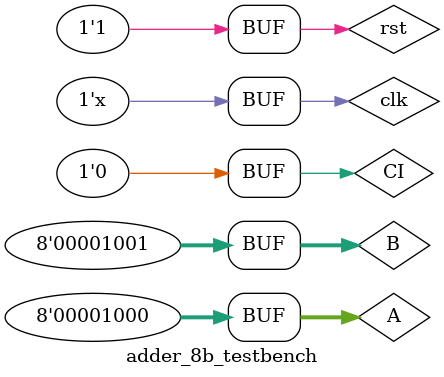
<source format=sv>
module adder_8b(CO, S, CI, A, B, clk, rst);

	input [7:0] A, B;
	input CI, clk, rst;
	output CO;
	output [7:0] S;

	wire [7:0] tempCO, tempCI;
	wire qBar;
	
	adder Fadder0 (.CO(tempCO[0]), .S(S[0]), .CI(CI), .A(A[0]), .B(B[0]));
	DFlipFlop dff0 (.q(tempCI[1]), .qBar(qBar), .D(tempCO[0]), .clk, .rst);
	
	adder Fadder1 (.CO(tempCO[1]), .S(S[1]), .CI(tempCI[1]), .A(A[1]), .B(B[1]));
	DFlipFlop dff1 (.q(tempCI[2]), .qBar(qBar), .D(tempCO[1]), .clk, .rst);
	
	adder Fadder2 (.CO(tempCO[2]), .S(S[2]), .CI(tempCI[2]), .A(A[2]), .B(B[2]));
	DFlipFlop dff2 (.q(tempCI[3]), .qBar(qBar), .D(tempCO[2]), .clk, .rst);
	
	adder Fadder3 (.CO(tempCO[3]), .S(S[3]), .CI(tempCI[3]), .A(A[3]), .B(B[3]));
	DFlipFlop dff3 (.q(tempCI[4]), .qBar(qBar), .D(tempCO[3]), .clk, .rst);
	
	adder Fadder4 (.CO(tempCO[4]), .S(S[4]), .CI(tempCI[4]), .A(A[4]), .B(B[4]));
	DFlipFlop dff4 (.q(tempCI[5]), .qBar(qBar), .D(tempCO[4]), .clk, .rst);
	
	adder Fadder5 (.CO(tempCO[5]), .S(S[5]), .CI(tempCI[5]), .A(A[5]), .B(B[5]));
	DFlipFlop dff5 (.q(tempCI[6]), .qBar(qBar), .D(tempCO[5]), .clk, .rst);
	
	adder Fadder6 (.CO(tempCO[6]), .S(S[6]), .CI(tempCI[6]), .A(A[6]), .B(B[6]));
	DFlipFlop dff6 (.q(tempCI[7]), .qBar(qBar), .D(tempCO[6]), .clk, .rst);
	
	adder Fadder7 (.CO(tempCO[7]), .S(S[7]), .CI(tempCI[7]), .A(A[7]), .B(B[7]));
	DFlipFlop dff7 (.q(CO), .qBar(qBar), .D(tempCO[7]), .clk, .rst);
	
endmodule

module adder_8b_testbench;
	reg [7:0] A, B;
	reg CI, clk, rst;
	wire [7:0] S;
	wire CO;
	
	adder_8b dut (.CO, .S, .CI, .A, .B, .clk, .rst);
	
	parameter ClockDelay = 100;
	
	initial clk = 0;
	always begin
		#(ClockDelay/10);
		clk = ~clk;
	end
	
	initial begin
		A = 1; B = 1; CI = 0; rst = 1; #(2*ClockDelay);
		A = 10; B = 15; CI = 0; #(2*ClockDelay);
		A = 20; B = ~(15); CI = 1; #(2*ClockDelay);	// using a sub unit
		A = 35; B = ~(25); CI = 1; #(2*ClockDelay);	// using a sub unit
		A = 15; B = ~(15); CI = 1; #(2*ClockDelay);	// using a sub unit
		A = 5; B = ~(15); CI = 1; #(2*ClockDelay);	// using a sub unit
		A = 8; B = 9; CI = 0; #(2*ClockDelay);
	end
endmodule
</source>
